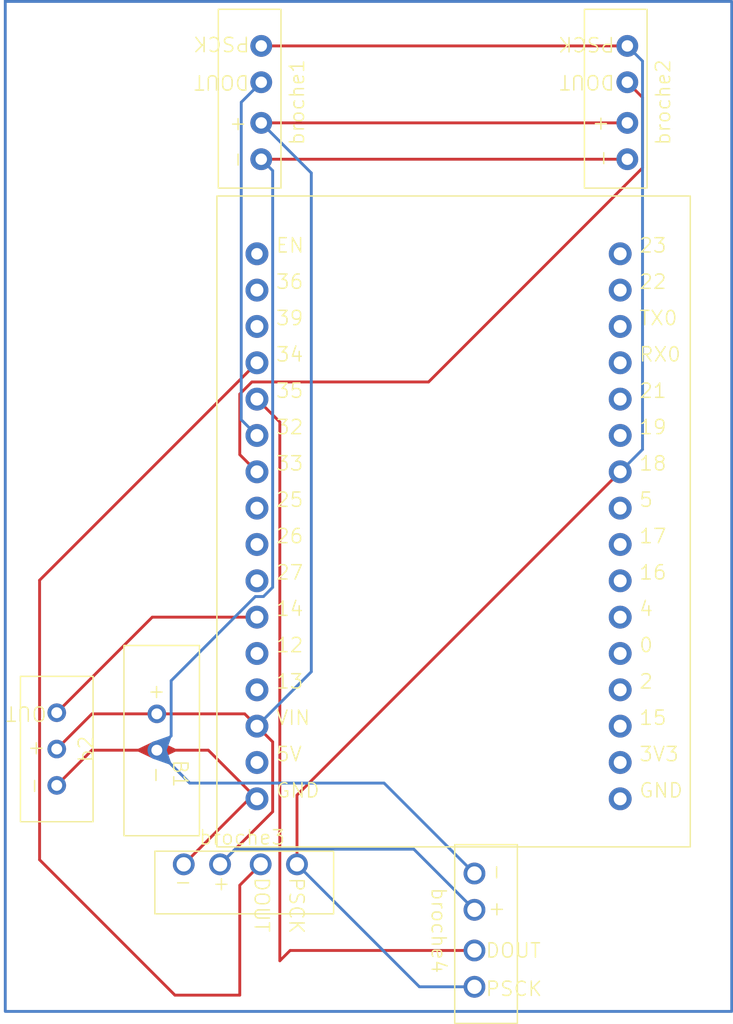
<source format=kicad_pcb>
(kicad_pcb (version 20240108) (generator "pcbnew") (generator_version "8.0")
  (layers (0 "F.Cu" signal) (31 "B.Cu" signal) (34 "B.Paste" user) (35 "F.Paste" user) (36 "B.SilkS" user "B.Silkscreen") (37 "F.SilkS" user "F.Silkscreen") (38 "B.Mask" user) (39 "F.Mask" user) (44 "Edge.Cuts" user))
  (net 0 "")
  (net 1 "Net-(B1--)")
  (net 4 "Net-(ESP32-WROOM-32E1-34)")
  (net 5 "Net-(B1-+)")
  (net 15 "Net-(Batterie1-+)")
  (net 22 "Net-(ESP32-WROOM-32E1-33)")
  (net 23 "Net-(ESP32-WROOM-32E1-32)")
  (net 24 "Net-(Batterie1--)")
  (net 26 "Net-(ESP32-WROOM-32E1-35)")
  (net 27 "Net-(ESP32-WROOM-32E1-14)")
  (net 28 "Net-(ESP32-WROOM-32E1-18)")
  (net 32 "Net-(boutton2-OUT)")
  (net 33 "Net-(boutton2-GND)")
  (net 34 "Net-(ESP32-WROOM-32E1-3V3)")
  (footprint "Library:TerminalBlock" (layer "F.Cu") (at 197.7 52.45 90)
    (property "Reference" "broche2" (at 0 -0.5 90) (layer "F.SilkS") (effects (font (thickness 0.1))))
    (property "Value" "~")
    (fp_rect (start -6 -6) (end 6.5 -1.62) (stroke (width 0.1)) (fill none) (layer "F.SilkS"))
    (fp_text user "PSCK" (at 4.65 -3.82 180) (layer "F.SilkS") (effects (font (thickness 0.1)) (justify left bottom)))
    (fp_text user "DOUT" (at 1.99 -3.82 180) (layer "F.SilkS") (effects (font (thickness 0.1)) (justify left bottom)))
    (fp_text user "+" (at -2.18 -4.34 90) (layer "F.SilkS") (effects (font (thickness 0.1)) (justify left bottom)))
    (fp_text user "-" (at -4.59 -4.14 90) (layer "F.SilkS") (effects (font (thickness 0.1)) (justify left bottom)))
    (pad "1" thru_hole circle (at -3.98 -3 90) (size 1.524 1.524) (drill 0.8) (layers "*.Cu" "*.Mask" "In1.Cu" "In2.Cu" "In3.Cu" "In4.Cu" "In5.Cu" "In6.Cu" "In7.Cu" "In8.Cu" "In9.Cu" "In10.Cu" "In11.Cu" "In12.Cu" "In13.Cu" "In14.Cu" "In15.Cu" "In16.Cu" "In17.Cu" "In18.Cu" "In19.Cu" "In20.Cu" "In21.Cu" "In22.Cu" "In23.Cu" "In24.Cu" "In25.Cu" "In26.Cu" "In27.Cu" "In28.Cu" "In29.Cu" "In30.Cu") (net 1 "Net-(B1--)"))
    (pad "2" thru_hole circle (at -1.44 -3 90) (size 1.524 1.524) (drill 0.8) (layers "*.Cu" "*.Mask" "In1.Cu" "In2.Cu" "In3.Cu" "In4.Cu" "In5.Cu" "In6.Cu" "In7.Cu" "In8.Cu" "In9.Cu" "In10.Cu" "In11.Cu" "In12.Cu" "In13.Cu" "In14.Cu" "In15.Cu" "In16.Cu" "In17.Cu" "In18.Cu" "In19.Cu" "In20.Cu" "In21.Cu" "In22.Cu" "In23.Cu" "In24.Cu" "In25.Cu" "In26.Cu" "In27.Cu" "In28.Cu" "In29.Cu" "In30.Cu") (net 5 "Net-(B1-+)"))
    (pad "3" thru_hole circle (at 1.4 -3 90) (size 1.524 1.524) (drill 0.8) (layers "*.Cu" "*.Mask" "In1.Cu" "In2.Cu" "In3.Cu" "In4.Cu" "In5.Cu" "In6.Cu" "In7.Cu" "In8.Cu" "In9.Cu" "In10.Cu" "In11.Cu" "In12.Cu" "In13.Cu" "In14.Cu" "In15.Cu" "In16.Cu" "In17.Cu" "In18.Cu" "In19.Cu" "In20.Cu" "In21.Cu" "In22.Cu" "In23.Cu" "In24.Cu" "In25.Cu" "In26.Cu" "In27.Cu" "In28.Cu" "In29.Cu" "In30.Cu") (net 22 "Net-(ESP32-WROOM-32E1-33)"))
    (pad "4" thru_hole circle (at 3.94 -3 90) (size 1.524 1.524) (drill 0.8) (layers "*.Cu" "*.Mask" "In1.Cu" "In2.Cu" "In3.Cu" "In4.Cu" "In5.Cu" "In6.Cu" "In7.Cu" "In8.Cu" "In9.Cu" "In10.Cu" "In11.Cu" "In12.Cu" "In13.Cu" "In14.Cu" "In15.Cu" "In16.Cu" "In17.Cu" "In18.Cu" "In19.Cu" "In20.Cu" "In21.Cu" "In22.Cu" "In23.Cu" "In24.Cu" "In25.Cu" "In26.Cu" "In27.Cu" "In28.Cu" "In29.Cu" "In30.Cu") (net 28 "Net-(ESP32-WROOM-32E1-18)"))
  )
  (footprint "Library:broche_tri" (layer "F.Cu") (at 157.34 97.66 90)
    (property "Reference" "b2" (at 0 -0.5 90) (layer "F.SilkS") (effects (font (thickness 0.1))))
    (property "Value" "~")
    (fp_rect (start -5.08 -5.08) (end 5.08 0) (stroke (width 0.1)) (fill none) (layer "F.SilkS"))
    (fp_text user "+" (at -0.63 -3.46 90) (layer "F.SilkS") (effects (font (thickness 0.1)) (justify left bottom)))
    (fp_text user "-" (at -3.26 -3.58 90) (layer "F.SilkS") (effects (font (thickness 0.1)) (justify left bottom)))
    (fp_text user "OUT" (at 3.07 -3.18 180) (layer "F.SilkS") (effects (font (thickness 0.1)) (justify left bottom)))
    (pad "1" thru_hole circle (at -2.54 -2.54 90) (size 1.3 1.3) (drill 0.762) (layers "*.Cu" "*.Mask" "In1.Cu" "In2.Cu" "In3.Cu" "In4.Cu" "In5.Cu" "In6.Cu" "In7.Cu" "In8.Cu" "In9.Cu" "In10.Cu" "In11.Cu" "In12.Cu" "In13.Cu" "In14.Cu" "In15.Cu" "In16.Cu" "In17.Cu" "In18.Cu" "In19.Cu" "In20.Cu" "In21.Cu" "In22.Cu" "In23.Cu" "In24.Cu" "In25.Cu" "In26.Cu" "In27.Cu" "In28.Cu" "In29.Cu" "In30.Cu") (net 1 "Net-(B1--)"))
    (pad "2" thru_hole circle (at 0 -2.54 90) (size 1.3 1.3) (drill 0.762) (layers "*.Cu" "*.Mask" "In1.Cu" "In2.Cu" "In3.Cu" "In4.Cu" "In5.Cu" "In6.Cu" "In7.Cu" "In8.Cu" "In9.Cu" "In10.Cu" "In11.Cu" "In12.Cu" "In13.Cu" "In14.Cu" "In15.Cu" "In16.Cu" "In17.Cu" "In18.Cu" "In19.Cu" "In20.Cu" "In21.Cu" "In22.Cu" "In23.Cu" "In24.Cu" "In25.Cu" "In26.Cu" "In27.Cu" "In28.Cu" "In29.Cu" "In30.Cu") (net 5 "Net-(B1-+)"))
    (pad "3" thru_hole circle (at 2.54 -2.54 90) (size 1.3 1.3) (drill 0.762) (layers "*.Cu" "*.Mask" "In1.Cu" "In2.Cu" "In3.Cu" "In4.Cu" "In5.Cu" "In6.Cu" "In7.Cu" "In8.Cu" "In9.Cu" "In10.Cu" "In11.Cu" "In12.Cu" "In13.Cu" "In14.Cu" "In15.Cu" "In16.Cu" "In17.Cu" "In18.Cu" "In19.Cu" "In20.Cu" "In21.Cu" "In22.Cu" "In23.Cu" "In24.Cu" "In25.Cu" "In26.Cu" "In27.Cu" "In28.Cu" "In29.Cu" "In30.Cu"))
  )
  (footprint "Library:ESP32_DevKit_38pin_v2" (layer "F.Cu") (at 181.5 85.9)
    (property "Reference" "ESP32-WROOM-32E1" (hide yes))
    (property "Value" "~")
    (fp_rect (start -15.5 -26.9) (end 17.6 18.6) (stroke (width 0.1)) (fill none) (layer "F.SilkS"))
    (fp_text user "18" (at 13.97 -7.62 0) (layer "F.SilkS") (effects (font (thickness 0.1)) (justify left bottom)))
    (fp_text user "26" (at -11.43 -2.54 0) (layer "F.SilkS") (effects (font (thickness 0.1)) (justify left bottom)))
    (fp_text user "35" (at -11.43 -12.7 0) (layer "F.SilkS") (effects (font (thickness 0.1)) (justify left bottom)))
    (fp_text user "15" (at 13.97 10.16 0) (layer "F.SilkS") (effects (font (thickness 0.1)) (justify left bottom)))
    (fp_text user "13" (at -11.43 7.62 0) (layer "F.SilkS") (effects (font (thickness 0.1)) (justify left bottom)))
    (fp_text user "EN" (at -11.43 -22.86 0) (layer "F.SilkS") (effects (font (thickness 0.1)) (justify left bottom)))
    (fp_text user "GND" (at -11.43 15.24 0) (layer "F.SilkS") (effects (font (thickness 0.1)) (justify left bottom)))
    (fp_text user "2" (at 13.97 7.62 0) (layer "F.SilkS") (effects (font (thickness 0.1)) (justify left bottom)))
    (fp_text user "TX0" (at 13.97 -17.78 0) (layer "F.SilkS") (effects (font (thickness 0.1)) (justify left bottom)))
    (fp_text user "17" (at 13.97 -2.54 0) (layer "F.SilkS") (effects (font (thickness 0.1)) (justify left bottom)))
    (fp_text user "RX0" (at 13.97 -15.24 0) (layer "F.SilkS") (effects (font (thickness 0.1)) (justify left bottom)))
    (fp_text user "22" (at 13.97 -20.32 0) (layer "F.SilkS") (effects (font (thickness 0.1)) (justify left bottom)))
    (fp_text user "4" (at 13.97 2.54 0) (layer "F.SilkS") (effects (font (thickness 0.1)) (justify left bottom)))
    (fp_text user "23" (at 13.97 -22.86 0) (layer "F.SilkS") (effects (font (thickness 0.1)) (justify left bottom)))
    (fp_text user "32" (at -11.43 -10.16 0) (layer "F.SilkS") (effects (font (thickness 0.1)) (justify left bottom)))
    (fp_text user "VIN" (at -11.43 10.16 0) (layer "F.SilkS") (effects (font (thickness 0.1)) (justify left bottom)))
    (fp_text user "36" (at -11.43 -20.32 0) (layer "F.SilkS") (effects (font (thickness 0.1)) (justify left bottom)))
    (fp_text user "34" (at -11.43 -15.24 0) (layer "F.SilkS") (effects (font (thickness 0.1)) (justify left bottom)))
    (fp_text user "GND" (at 13.97 15.24 0) (layer "F.SilkS") (effects (font (thickness 0.1)) (justify left bottom)))
    (fp_text user "33" (at -11.43 -7.62 0) (layer "F.SilkS") (effects (font (thickness 0.1)) (justify left bottom)))
    (fp_text user "3V3" (at 13.97 12.7 0) (layer "F.SilkS") (effects (font (thickness 0.1)) (justify left bottom)))
    (fp_text user "14" (at -11.43 2.54 0) (layer "F.SilkS") (effects (font (thickness 0.1)) (justify left bottom)))
    (fp_text user "19" (at 13.97 -10.16 0) (layer "F.SilkS") (effects (font (thickness 0.1)) (justify left bottom)))
    (fp_text user "5V" (at -11.43 12.7 0) (layer "F.SilkS") (effects (font (thickness 0.1)) (justify left bottom)))
    (fp_text user "5" (at 13.97 -5.08 0) (layer "F.SilkS") (effects (font (thickness 0.1)) (justify left bottom)))
    (fp_text user "12" (at -11.43 5.08 0) (layer "F.SilkS") (effects (font (thickness 0.1)) (justify left bottom)))
    (fp_text user "16" (at 13.97 0 0) (layer "F.SilkS") (effects (font (thickness 0.1)) (justify left bottom)))
    (fp_text user "27" (at -11.43 0 0) (layer "F.SilkS") (effects (font (thickness 0.1)) (justify left bottom)))
    (fp_text user "39" (at -11.43 -17.78 0) (layer "F.SilkS") (effects (font (thickness 0.1)) (justify left bottom)))
    (fp_text user "25" (at -11.43 -5.08 0) (layer "F.SilkS") (effects (font (thickness 0.1)) (justify left bottom)))
    (fp_text user "21" (at 13.97 -12.7 0) (layer "F.SilkS") (effects (font (thickness 0.1)) (justify left bottom)))
    (fp_text user "0" (at 13.97 5.08 0) (layer "F.SilkS") (effects (font (thickness 0.1)) (justify left bottom)))
    (pad "1" thru_hole circle (at -12.7 -22.86) (size 1.6 1.6) (drill 0.8) (layers "*.Cu" "*.Mask" "In1.Cu" "In2.Cu" "In3.Cu" "In4.Cu" "In5.Cu" "In6.Cu" "In7.Cu" "In8.Cu" "In9.Cu" "In10.Cu" "In11.Cu" "In12.Cu" "In13.Cu" "In14.Cu" "In15.Cu" "In16.Cu" "In17.Cu" "In18.Cu" "In19.Cu" "In20.Cu" "In21.Cu" "In22.Cu" "In23.Cu" "In24.Cu" "In25.Cu" "In26.Cu" "In27.Cu" "In28.Cu" "In29.Cu" "In30.Cu"))
    (pad "2" thru_hole circle (at -12.7 -20.32) (size 1.6 1.6) (drill 0.9) (layers "*.Cu" "*.Mask" "In1.Cu" "In2.Cu" "In3.Cu" "In4.Cu" "In5.Cu" "In6.Cu" "In7.Cu" "In8.Cu" "In9.Cu" "In10.Cu" "In11.Cu" "In12.Cu" "In13.Cu" "In14.Cu" "In15.Cu" "In16.Cu" "In17.Cu" "In18.Cu" "In19.Cu" "In20.Cu" "In21.Cu" "In22.Cu" "In23.Cu" "In24.Cu" "In25.Cu" "In26.Cu" "In27.Cu" "In28.Cu" "In29.Cu" "In30.Cu"))
    (pad "3" thru_hole circle (at -12.7 -17.78) (size 1.6 1.6) (drill 0.9) (layers "*.Cu" "*.Mask" "In1.Cu" "In2.Cu" "In3.Cu" "In4.Cu" "In5.Cu" "In6.Cu" "In7.Cu" "In8.Cu" "In9.Cu" "In10.Cu" "In11.Cu" "In12.Cu" "In13.Cu" "In14.Cu" "In15.Cu" "In16.Cu" "In17.Cu" "In18.Cu" "In19.Cu" "In20.Cu" "In21.Cu" "In22.Cu" "In23.Cu" "In24.Cu" "In25.Cu" "In26.Cu" "In27.Cu" "In28.Cu" "In29.Cu" "In30.Cu"))
    (pad "4" thru_hole circle (at -12.7 -15.24) (size 1.6 1.6) (drill 0.9) (layers "*.Cu" "*.Mask" "In1.Cu" "In2.Cu" "In3.Cu" "In4.Cu" "In5.Cu" "In6.Cu" "In7.Cu" "In8.Cu" "In9.Cu" "In10.Cu" "In11.Cu" "In12.Cu" "In13.Cu" "In14.Cu" "In15.Cu" "In16.Cu" "In17.Cu" "In18.Cu" "In19.Cu" "In20.Cu" "In21.Cu" "In22.Cu" "In23.Cu" "In24.Cu" "In25.Cu" "In26.Cu" "In27.Cu" "In28.Cu" "In29.Cu" "In30.Cu") (net 4 "Net-(ESP32-WROOM-32E1-34)"))
    (pad "5" thru_hole circle (at -12.7 -12.7) (size 1.6 1.6) (drill 0.9) (layers "*.Cu" "*.Mask" "In1.Cu" "In2.Cu" "In3.Cu" "In4.Cu" "In5.Cu" "In6.Cu" "In7.Cu" "In8.Cu" "In9.Cu" "In10.Cu" "In11.Cu" "In12.Cu" "In13.Cu" "In14.Cu" "In15.Cu" "In16.Cu" "In17.Cu" "In18.Cu" "In19.Cu" "In20.Cu" "In21.Cu" "In22.Cu" "In23.Cu" "In24.Cu" "In25.Cu" "In26.Cu" "In27.Cu" "In28.Cu" "In29.Cu" "In30.Cu") (net 26 "Net-(ESP32-WROOM-32E1-35)"))
    (pad "6" thru_hole circle (at -12.7 -10.16) (size 1.6 1.6) (drill 0.9) (layers "*.Cu" "*.Mask" "In1.Cu" "In2.Cu" "In3.Cu" "In4.Cu" "In5.Cu" "In6.Cu" "In7.Cu" "In8.Cu" "In9.Cu" "In10.Cu" "In11.Cu" "In12.Cu" "In13.Cu" "In14.Cu" "In15.Cu" "In16.Cu" "In17.Cu" "In18.Cu" "In19.Cu" "In20.Cu" "In21.Cu" "In22.Cu" "In23.Cu" "In24.Cu" "In25.Cu" "In26.Cu" "In27.Cu" "In28.Cu" "In29.Cu" "In30.Cu") (net 23 "Net-(ESP32-WROOM-32E1-32)"))
    (pad "7" thru_hole circle (at -12.7 -7.62) (size 1.6 1.6) (drill 0.9) (layers "*.Cu" "*.Mask" "In1.Cu" "In2.Cu" "In3.Cu" "In4.Cu" "In5.Cu" "In6.Cu" "In7.Cu" "In8.Cu" "In9.Cu" "In10.Cu" "In11.Cu" "In12.Cu" "In13.Cu" "In14.Cu" "In15.Cu" "In16.Cu" "In17.Cu" "In18.Cu" "In19.Cu" "In20.Cu" "In21.Cu" "In22.Cu" "In23.Cu" "In24.Cu" "In25.Cu" "In26.Cu" "In27.Cu" "In28.Cu" "In29.Cu" "In30.Cu") (net 22 "Net-(ESP32-WROOM-32E1-33)"))
    (pad "8" thru_hole circle (at -12.7 -5.08) (size 1.6 1.6) (drill 0.9) (layers "*.Cu" "*.Mask" "In1.Cu" "In2.Cu" "In3.Cu" "In4.Cu" "In5.Cu" "In6.Cu" "In7.Cu" "In8.Cu" "In9.Cu" "In10.Cu" "In11.Cu" "In12.Cu" "In13.Cu" "In14.Cu" "In15.Cu" "In16.Cu" "In17.Cu" "In18.Cu" "In19.Cu" "In20.Cu" "In21.Cu" "In22.Cu" "In23.Cu" "In24.Cu" "In25.Cu" "In26.Cu" "In27.Cu" "In28.Cu" "In29.Cu" "In30.Cu"))
    (pad "9" thru_hole circle (at -12.7 -2.54) (size 1.6 1.6) (drill 0.9) (layers "*.Cu" "*.Mask" "In1.Cu" "In2.Cu" "In3.Cu" "In4.Cu" "In5.Cu" "In6.Cu" "In7.Cu" "In8.Cu" "In9.Cu" "In10.Cu" "In11.Cu" "In12.Cu" "In13.Cu" "In14.Cu" "In15.Cu" "In16.Cu" "In17.Cu" "In18.Cu" "In19.Cu" "In20.Cu" "In21.Cu" "In22.Cu" "In23.Cu" "In24.Cu" "In25.Cu" "In26.Cu" "In27.Cu" "In28.Cu" "In29.Cu" "In30.Cu"))
    (pad "10" thru_hole circle (at -12.7 0) (size 1.6 1.6) (drill 0.9) (layers "*.Cu" "*.Mask" "In1.Cu" "In2.Cu" "In3.Cu" "In4.Cu" "In5.Cu" "In6.Cu" "In7.Cu" "In8.Cu" "In9.Cu" "In10.Cu" "In11.Cu" "In12.Cu" "In13.Cu" "In14.Cu" "In15.Cu" "In16.Cu" "In17.Cu" "In18.Cu" "In19.Cu" "In20.Cu" "In21.Cu" "In22.Cu" "In23.Cu" "In24.Cu" "In25.Cu" "In26.Cu" "In27.Cu" "In28.Cu" "In29.Cu" "In30.Cu"))
    (pad "11" thru_hole circle (at -12.7 2.54) (size 1.6 1.6) (drill 0.9) (layers "*.Cu" "*.Mask" "In1.Cu" "In2.Cu" "In3.Cu" "In4.Cu" "In5.Cu" "In6.Cu" "In7.Cu" "In8.Cu" "In9.Cu" "In10.Cu" "In11.Cu" "In12.Cu" "In13.Cu" "In14.Cu" "In15.Cu" "In16.Cu" "In17.Cu" "In18.Cu" "In19.Cu" "In20.Cu" "In21.Cu" "In22.Cu" "In23.Cu" "In24.Cu" "In25.Cu" "In26.Cu" "In27.Cu" "In28.Cu" "In29.Cu" "In30.Cu") (net 27 "Net-(ESP32-WROOM-32E1-14)"))
    (pad "12" thru_hole circle (at -12.7 5.08) (size 1.6 1.6) (drill 0.9) (layers "*.Cu" "*.Mask" "In1.Cu" "In2.Cu" "In3.Cu" "In4.Cu" "In5.Cu" "In6.Cu" "In7.Cu" "In8.Cu" "In9.Cu" "In10.Cu" "In11.Cu" "In12.Cu" "In13.Cu" "In14.Cu" "In15.Cu" "In16.Cu" "In17.Cu" "In18.Cu" "In19.Cu" "In20.Cu" "In21.Cu" "In22.Cu" "In23.Cu" "In24.Cu" "In25.Cu" "In26.Cu" "In27.Cu" "In28.Cu" "In29.Cu" "In30.Cu"))
    (pad "13" thru_hole circle (at -12.7 7.62) (size 1.6 1.6) (drill 0.9) (layers "*.Cu" "*.Mask" "In1.Cu" "In2.Cu" "In3.Cu" "In4.Cu" "In5.Cu" "In6.Cu" "In7.Cu" "In8.Cu" "In9.Cu" "In10.Cu" "In11.Cu" "In12.Cu" "In13.Cu" "In14.Cu" "In15.Cu" "In16.Cu" "In17.Cu" "In18.Cu" "In19.Cu" "In20.Cu" "In21.Cu" "In22.Cu" "In23.Cu" "In24.Cu" "In25.Cu" "In26.Cu" "In27.Cu" "In28.Cu" "In29.Cu" "In30.Cu") (net 32 "Net-(boutton2-OUT)"))
    (pad "14" thru_hole circle (at -12.7 10.16) (size 1.6 1.6) (drill 0.9) (layers "*.Cu" "*.Mask" "In1.Cu" "In2.Cu" "In3.Cu" "In4.Cu" "In5.Cu" "In6.Cu" "In7.Cu" "In8.Cu" "In9.Cu" "In10.Cu" "In11.Cu" "In12.Cu" "In13.Cu" "In14.Cu" "In15.Cu" "In16.Cu" "In17.Cu" "In18.Cu" "In19.Cu" "In20.Cu" "In21.Cu" "In22.Cu" "In23.Cu" "In24.Cu" "In25.Cu" "In26.Cu" "In27.Cu" "In28.Cu" "In29.Cu" "In30.Cu") (net 15 "Net-(Batterie1-+)"))
    (pad "15" thru_hole circle (at -12.7 12.7) (size 1.6 1.6) (drill 0.9) (layers "*.Cu" "*.Mask" "In1.Cu" "In2.Cu" "In3.Cu" "In4.Cu" "In5.Cu" "In6.Cu" "In7.Cu" "In8.Cu" "In9.Cu" "In10.Cu" "In11.Cu" "In12.Cu" "In13.Cu" "In14.Cu" "In15.Cu" "In16.Cu" "In17.Cu" "In18.Cu" "In19.Cu" "In20.Cu" "In21.Cu" "In22.Cu" "In23.Cu" "In24.Cu" "In25.Cu" "In26.Cu" "In27.Cu" "In28.Cu" "In29.Cu" "In30.Cu"))
    (pad "16" thru_hole circle (at -12.7 15.24) (size 1.6 1.6) (drill 0.9) (layers "*.Cu" "*.Mask" "In1.Cu" "In2.Cu" "In3.Cu" "In4.Cu" "In5.Cu" "In6.Cu" "In7.Cu" "In8.Cu" "In9.Cu" "In10.Cu" "In11.Cu" "In12.Cu" "In13.Cu" "In14.Cu" "In15.Cu" "In16.Cu" "In17.Cu" "In18.Cu" "In19.Cu" "In20.Cu" "In21.Cu" "In22.Cu" "In23.Cu" "In24.Cu" "In25.Cu" "In26.Cu" "In27.Cu" "In28.Cu" "In29.Cu" "In30.Cu") (net 24 "Net-(Batterie1--)"))
    (pad "17" thru_hole circle (at 12.7 -22.86) (size 1.6 1.6) (drill 0.9) (layers "*.Cu" "*.Mask" "In1.Cu" "In2.Cu" "In3.Cu" "In4.Cu" "In5.Cu" "In6.Cu" "In7.Cu" "In8.Cu" "In9.Cu" "In10.Cu" "In11.Cu" "In12.Cu" "In13.Cu" "In14.Cu" "In15.Cu" "In16.Cu" "In17.Cu" "In18.Cu" "In19.Cu" "In20.Cu" "In21.Cu" "In22.Cu" "In23.Cu" "In24.Cu" "In25.Cu" "In26.Cu" "In27.Cu" "In28.Cu" "In29.Cu" "In30.Cu"))
    (pad "18" thru_hole circle (at 12.7 -20.32) (size 1.6 1.6) (drill 0.9) (layers "*.Cu" "*.Mask" "In1.Cu" "In2.Cu" "In3.Cu" "In4.Cu" "In5.Cu" "In6.Cu" "In7.Cu" "In8.Cu" "In9.Cu" "In10.Cu" "In11.Cu" "In12.Cu" "In13.Cu" "In14.Cu" "In15.Cu" "In16.Cu" "In17.Cu" "In18.Cu" "In19.Cu" "In20.Cu" "In21.Cu" "In22.Cu" "In23.Cu" "In24.Cu" "In25.Cu" "In26.Cu" "In27.Cu" "In28.Cu" "In29.Cu" "In30.Cu"))
    (pad "19" thru_hole circle (at 12.7 -17.78) (size 1.6 1.6) (drill 0.9) (layers "*.Cu" "*.Mask" "In1.Cu" "In2.Cu" "In3.Cu" "In4.Cu" "In5.Cu" "In6.Cu" "In7.Cu" "In8.Cu" "In9.Cu" "In10.Cu" "In11.Cu" "In12.Cu" "In13.Cu" "In14.Cu" "In15.Cu" "In16.Cu" "In17.Cu" "In18.Cu" "In19.Cu" "In20.Cu" "In21.Cu" "In22.Cu" "In23.Cu" "In24.Cu" "In25.Cu" "In26.Cu" "In27.Cu" "In28.Cu" "In29.Cu" "In30.Cu"))
    (pad "20" thru_hole circle (at 12.7 -15.24) (size 1.6 1.6) (drill 0.9) (layers "*.Cu" "*.Mask" "In1.Cu" "In2.Cu" "In3.Cu" "In4.Cu" "In5.Cu" "In6.Cu" "In7.Cu" "In8.Cu" "In9.Cu" "In10.Cu" "In11.Cu" "In12.Cu" "In13.Cu" "In14.Cu" "In15.Cu" "In16.Cu" "In17.Cu" "In18.Cu" "In19.Cu" "In20.Cu" "In21.Cu" "In22.Cu" "In23.Cu" "In24.Cu" "In25.Cu" "In26.Cu" "In27.Cu" "In28.Cu" "In29.Cu" "In30.Cu"))
    (pad "21" thru_hole circle (at 12.7 -12.7) (size 1.6 1.6) (drill 0.9) (layers "*.Cu" "*.Mask" "In1.Cu" "In2.Cu" "In3.Cu" "In4.Cu" "In5.Cu" "In6.Cu" "In7.Cu" "In8.Cu" "In9.Cu" "In10.Cu" "In11.Cu" "In12.Cu" "In13.Cu" "In14.Cu" "In15.Cu" "In16.Cu" "In17.Cu" "In18.Cu" "In19.Cu" "In20.Cu" "In21.Cu" "In22.Cu" "In23.Cu" "In24.Cu" "In25.Cu" "In26.Cu" "In27.Cu" "In28.Cu" "In29.Cu" "In30.Cu"))
    (pad "22" thru_hole circle (at 12.7 -10.16) (size 1.6 1.6) (drill 0.9) (layers "*.Cu" "*.Mask" "In1.Cu" "In2.Cu" "In3.Cu" "In4.Cu" "In5.Cu" "In6.Cu" "In7.Cu" "In8.Cu" "In9.Cu" "In10.Cu" "In11.Cu" "In12.Cu" "In13.Cu" "In14.Cu" "In15.Cu" "In16.Cu" "In17.Cu" "In18.Cu" "In19.Cu" "In20.Cu" "In21.Cu" "In22.Cu" "In23.Cu" "In24.Cu" "In25.Cu" "In26.Cu" "In27.Cu" "In28.Cu" "In29.Cu" "In30.Cu"))
    (pad "23" thru_hole circle (at 12.7 -7.62) (size 1.6 1.6) (drill 0.9) (layers "*.Cu" "*.Mask" "In1.Cu" "In2.Cu" "In3.Cu" "In4.Cu" "In5.Cu" "In6.Cu" "In7.Cu" "In8.Cu" "In9.Cu" "In10.Cu" "In11.Cu" "In12.Cu" "In13.Cu" "In14.Cu" "In15.Cu" "In16.Cu" "In17.Cu" "In18.Cu" "In19.Cu" "In20.Cu" "In21.Cu" "In22.Cu" "In23.Cu" "In24.Cu" "In25.Cu" "In26.Cu" "In27.Cu" "In28.Cu" "In29.Cu" "In30.Cu") (net 28 "Net-(ESP32-WROOM-32E1-18)"))
    (pad "24" thru_hole circle (at 12.7 -5.08) (size 1.6 1.6) (drill 0.9) (layers "*.Cu" "*.Mask" "In1.Cu" "In2.Cu" "In3.Cu" "In4.Cu" "In5.Cu" "In6.Cu" "In7.Cu" "In8.Cu" "In9.Cu" "In10.Cu" "In11.Cu" "In12.Cu" "In13.Cu" "In14.Cu" "In15.Cu" "In16.Cu" "In17.Cu" "In18.Cu" "In19.Cu" "In20.Cu" "In21.Cu" "In22.Cu" "In23.Cu" "In24.Cu" "In25.Cu" "In26.Cu" "In27.Cu" "In28.Cu" "In29.Cu" "In30.Cu"))
    (pad "25" thru_hole circle (at 12.7 -2.54) (size 1.6 1.6) (drill 0.9) (layers "*.Cu" "*.Mask" "In1.Cu" "In2.Cu" "In3.Cu" "In4.Cu" "In5.Cu" "In6.Cu" "In7.Cu" "In8.Cu" "In9.Cu" "In10.Cu" "In11.Cu" "In12.Cu" "In13.Cu" "In14.Cu" "In15.Cu" "In16.Cu" "In17.Cu" "In18.Cu" "In19.Cu" "In20.Cu" "In21.Cu" "In22.Cu" "In23.Cu" "In24.Cu" "In25.Cu" "In26.Cu" "In27.Cu" "In28.Cu" "In29.Cu" "In30.Cu"))
    (pad "26" thru_hole circle (at 12.7 0) (size 1.6 1.6) (drill 0.9) (layers "*.Cu" "*.Mask" "In1.Cu" "In2.Cu" "In3.Cu" "In4.Cu" "In5.Cu" "In6.Cu" "In7.Cu" "In8.Cu" "In9.Cu" "In10.Cu" "In11.Cu" "In12.Cu" "In13.Cu" "In14.Cu" "In15.Cu" "In16.Cu" "In17.Cu" "In18.Cu" "In19.Cu" "In20.Cu" "In21.Cu" "In22.Cu" "In23.Cu" "In24.Cu" "In25.Cu" "In26.Cu" "In27.Cu" "In28.Cu" "In29.Cu" "In30.Cu"))
    (pad "27" thru_hole circle (at 12.7 2.54) (size 1.6 1.6) (drill 0.9) (layers "*.Cu" "*.Mask" "In1.Cu" "In2.Cu" "In3.Cu" "In4.Cu" "In5.Cu" "In6.Cu" "In7.Cu" "In8.Cu" "In9.Cu" "In10.Cu" "In11.Cu" "In12.Cu" "In13.Cu" "In14.Cu" "In15.Cu" "In16.Cu" "In17.Cu" "In18.Cu" "In19.Cu" "In20.Cu" "In21.Cu" "In22.Cu" "In23.Cu" "In24.Cu" "In25.Cu" "In26.Cu" "In27.Cu" "In28.Cu" "In29.Cu" "In30.Cu"))
    (pad "28" thru_hole circle (at 12.7 5.08) (size 1.6 1.6) (drill 0.9) (layers "*.Cu" "*.Mask" "In1.Cu" "In2.Cu" "In3.Cu" "In4.Cu" "In5.Cu" "In6.Cu" "In7.Cu" "In8.Cu" "In9.Cu" "In10.Cu" "In11.Cu" "In12.Cu" "In13.Cu" "In14.Cu" "In15.Cu" "In16.Cu" "In17.Cu" "In18.Cu" "In19.Cu" "In20.Cu" "In21.Cu" "In22.Cu" "In23.Cu" "In24.Cu" "In25.Cu" "In26.Cu" "In27.Cu" "In28.Cu" "In29.Cu" "In30.Cu"))
    (pad "29" thru_hole circle (at 12.7 7.62) (size 1.6 1.6) (drill 0.9) (layers "*.Cu" "*.Mask" "In1.Cu" "In2.Cu" "In3.Cu" "In4.Cu" "In5.Cu" "In6.Cu" "In7.Cu" "In8.Cu" "In9.Cu" "In10.Cu" "In11.Cu" "In12.Cu" "In13.Cu" "In14.Cu" "In15.Cu" "In16.Cu" "In17.Cu" "In18.Cu" "In19.Cu" "In20.Cu" "In21.Cu" "In22.Cu" "In23.Cu" "In24.Cu" "In25.Cu" "In26.Cu" "In27.Cu" "In28.Cu" "In29.Cu" "In30.Cu"))
    (pad "30" thru_hole circle (at 12.7 10.16) (size 1.6 1.6) (drill 0.9) (layers "*.Cu" "*.Mask" "In1.Cu" "In2.Cu" "In3.Cu" "In4.Cu" "In5.Cu" "In6.Cu" "In7.Cu" "In8.Cu" "In9.Cu" "In10.Cu" "In11.Cu" "In12.Cu" "In13.Cu" "In14.Cu" "In15.Cu" "In16.Cu" "In17.Cu" "In18.Cu" "In19.Cu" "In20.Cu" "In21.Cu" "In22.Cu" "In23.Cu" "In24.Cu" "In25.Cu" "In26.Cu" "In27.Cu" "In28.Cu" "In29.Cu" "In30.Cu"))
    (pad "31" thru_hole circle (at 12.7 12.7) (size 1.6 1.6) (drill 0.9) (layers "*.Cu" "*.Mask" "In1.Cu" "In2.Cu" "In3.Cu" "In4.Cu" "In5.Cu" "In6.Cu" "In7.Cu" "In8.Cu" "In9.Cu" "In10.Cu" "In11.Cu" "In12.Cu" "In13.Cu" "In14.Cu" "In15.Cu" "In16.Cu" "In17.Cu" "In18.Cu" "In19.Cu" "In20.Cu" "In21.Cu" "In22.Cu" "In23.Cu" "In24.Cu" "In25.Cu" "In26.Cu" "In27.Cu" "In28.Cu" "In29.Cu" "In30.Cu") (net 34 "Net-(ESP32-WROOM-32E1-3V3)"))
    (pad "32" thru_hole circle (at 12.7 15.24) (size 1.6 1.6) (drill 0.9) (layers "*.Cu" "*.Mask" "In1.Cu" "In2.Cu" "In3.Cu" "In4.Cu" "In5.Cu" "In6.Cu" "In7.Cu" "In8.Cu" "In9.Cu" "In10.Cu" "In11.Cu" "In12.Cu" "In13.Cu" "In14.Cu" "In15.Cu" "In16.Cu" "In17.Cu" "In18.Cu" "In19.Cu" "In20.Cu" "In21.Cu" "In22.Cu" "In23.Cu" "In24.Cu" "In25.Cu" "In26.Cu" "In27.Cu" "In28.Cu" "In29.Cu" "In30.Cu") (net 33 "Net-(boutton2-GND)"))
  )
  (footprint "Library:TerminalBlock" (layer "F.Cu") (at 181.01 110.34 -90)
    (property "Reference" "broche4" (at 0 -0.5 -90) (layer "F.SilkS") (effects (font (thickness 0.1))))
    (property "Value" "~")
    (fp_rect (start -6 -6) (end 6.5 -1.62) (stroke (width 0.1)) (fill none) (layer "F.SilkS"))
    (fp_text user "+" (at -2.16 -4.06 -90) (layer "F.SilkS") (effects (font (thickness 0.1)) (justify left bottom)))
    (fp_text user "DOUT" (at 1.99 -3.72 0) (layer "F.SilkS") (effects (font (thickness 0.1)) (justify left bottom)))
    (fp_text user "PSCK" (at 4.67 -3.72 0) (layer "F.SilkS") (effects (font (thickness 0.1)) (justify left bottom)))
    (fp_text user "-" (at -4.75 -4.04 -90) (layer "F.SilkS") (effects (font (thickness 0.1)) (justify left bottom)))
    (pad "1" thru_hole circle (at -3.98 -3 270) (size 1.524 1.524) (drill 1) (layers "*.Cu" "*.Mask" "In1.Cu" "In2.Cu" "In3.Cu" "In4.Cu" "In5.Cu" "In6.Cu" "In7.Cu" "In8.Cu" "In9.Cu" "In10.Cu" "In11.Cu" "In12.Cu" "In13.Cu" "In14.Cu" "In15.Cu" "In16.Cu" "In17.Cu" "In18.Cu" "In19.Cu" "In20.Cu" "In21.Cu" "In22.Cu" "In23.Cu" "In24.Cu" "In25.Cu" "In26.Cu" "In27.Cu" "In28.Cu" "In29.Cu" "In30.Cu") (net 1 "Net-(B1--)"))
    (pad "2" thru_hole circle (at -1.44 -3 270) (size 1.524 1.524) (drill 1) (layers "*.Cu" "*.Mask" "In1.Cu" "In2.Cu" "In3.Cu" "In4.Cu" "In5.Cu" "In6.Cu" "In7.Cu" "In8.Cu" "In9.Cu" "In10.Cu" "In11.Cu" "In12.Cu" "In13.Cu" "In14.Cu" "In15.Cu" "In16.Cu" "In17.Cu" "In18.Cu" "In19.Cu" "In20.Cu" "In21.Cu" "In22.Cu" "In23.Cu" "In24.Cu" "In25.Cu" "In26.Cu" "In27.Cu" "In28.Cu" "In29.Cu" "In30.Cu") (net 5 "Net-(B1-+)"))
    (pad "3" thru_hole circle (at 1.4 -3 270) (size 1.524 1.524) (drill 1) (layers "*.Cu" "*.Mask" "In1.Cu" "In2.Cu" "In3.Cu" "In4.Cu" "In5.Cu" "In6.Cu" "In7.Cu" "In8.Cu" "In9.Cu" "In10.Cu" "In11.Cu" "In12.Cu" "In13.Cu" "In14.Cu" "In15.Cu" "In16.Cu" "In17.Cu" "In18.Cu" "In19.Cu" "In20.Cu" "In21.Cu" "In22.Cu" "In23.Cu" "In24.Cu" "In25.Cu" "In26.Cu" "In27.Cu" "In28.Cu" "In29.Cu" "In30.Cu") (net 26 "Net-(ESP32-WROOM-32E1-35)"))
    (pad "4" thru_hole circle (at 3.94 -3 270) (size 1.524 1.524) (drill 1) (layers "*.Cu" "*.Mask" "In1.Cu" "In2.Cu" "In3.Cu" "In4.Cu" "In5.Cu" "In6.Cu" "In7.Cu" "In8.Cu" "In9.Cu" "In10.Cu" "In11.Cu" "In12.Cu" "In13.Cu" "In14.Cu" "In15.Cu" "In16.Cu" "In17.Cu" "In18.Cu" "In19.Cu" "In20.Cu" "In21.Cu" "In22.Cu" "In23.Cu" "In24.Cu" "In25.Cu" "In26.Cu" "In27.Cu" "In28.Cu" "In29.Cu" "In30.Cu") (net 28 "Net-(ESP32-WROOM-32E1-18)"))
  )
  (footprint "Library:TerminalBlock" (layer "F.Cu") (at 172.1 52.45 90)
    (property "Reference" "broche1" (at 0 -0.5 90) (layer "F.SilkS") (effects (font (thickness 0.1))))
    (property "Value" "~")
    (fp_rect (start -6 -6) (end 6.5 -1.62) (stroke (width 0.1)) (fill none) (layer "F.SilkS"))
    (fp_text user "+" (at -2.21 -4.11 90) (layer "F.SilkS") (effects (font (thickness 0.1)) (justify left bottom)))
    (fp_text user "PSCK" (at 4.67 -3.74 180) (layer "F.SilkS") (effects (font (thickness 0.1)) (justify left bottom)))
    (fp_text user "-" (at -4.69 -4.11 90) (layer "F.SilkS") (effects (font (thickness 0.1)) (justify left bottom)))
    (fp_text user "DOUT" (at 1.98 -3.78 180) (layer "F.SilkS") (effects (font (thickness 0.1)) (justify left bottom)))
    (pad "1" thru_hole circle (at -3.98 -3 90) (size 1.524 1.524) (drill 0.8) (layers "*.Cu" "*.Mask" "In1.Cu" "In2.Cu" "In3.Cu" "In4.Cu" "In5.Cu" "In6.Cu" "In7.Cu" "In8.Cu" "In9.Cu" "In10.Cu" "In11.Cu" "In12.Cu" "In13.Cu" "In14.Cu" "In15.Cu" "In16.Cu" "In17.Cu" "In18.Cu" "In19.Cu" "In20.Cu" "In21.Cu" "In22.Cu" "In23.Cu" "In24.Cu" "In25.Cu" "In26.Cu" "In27.Cu" "In28.Cu" "In29.Cu" "In30.Cu") (net 1 "Net-(B1--)"))
    (pad "2" thru_hole circle (at -1.44 -3 90) (size 1.524 1.524) (drill 0.8) (layers "*.Cu" "*.Mask" "In1.Cu" "In2.Cu" "In3.Cu" "In4.Cu" "In5.Cu" "In6.Cu" "In7.Cu" "In8.Cu" "In9.Cu" "In10.Cu" "In11.Cu" "In12.Cu" "In13.Cu" "In14.Cu" "In15.Cu" "In16.Cu" "In17.Cu" "In18.Cu" "In19.Cu" "In20.Cu" "In21.Cu" "In22.Cu" "In23.Cu" "In24.Cu" "In25.Cu" "In26.Cu" "In27.Cu" "In28.Cu" "In29.Cu" "In30.Cu") (net 5 "Net-(B1-+)"))
    (pad "3" thru_hole circle (at 1.4 -3 90) (size 1.524 1.524) (drill 0.8) (layers "*.Cu" "*.Mask" "In1.Cu" "In2.Cu" "In3.Cu" "In4.Cu" "In5.Cu" "In6.Cu" "In7.Cu" "In8.Cu" "In9.Cu" "In10.Cu" "In11.Cu" "In12.Cu" "In13.Cu" "In14.Cu" "In15.Cu" "In16.Cu" "In17.Cu" "In18.Cu" "In19.Cu" "In20.Cu" "In21.Cu" "In22.Cu" "In23.Cu" "In24.Cu" "In25.Cu" "In26.Cu" "In27.Cu" "In28.Cu" "In29.Cu" "In30.Cu") (net 23 "Net-(ESP32-WROOM-32E1-32)"))
    (pad "4" thru_hole circle (at 3.94 -3 90) (size 1.524 1.524) (drill 0.8) (layers "*.Cu" "*.Mask" "In1.Cu" "In2.Cu" "In3.Cu" "In4.Cu" "In5.Cu" "In6.Cu" "In7.Cu" "In8.Cu" "In9.Cu" "In10.Cu" "In11.Cu" "In12.Cu" "In13.Cu" "In14.Cu" "In15.Cu" "In16.Cu" "In17.Cu" "In18.Cu" "In19.Cu" "In20.Cu" "In21.Cu" "In22.Cu" "In23.Cu" "In24.Cu" "In25.Cu" "In26.Cu" "In27.Cu" "In28.Cu" "In29.Cu" "In30.Cu") (net 28 "Net-(ESP32-WROOM-32E1-18)"))
  )
  (footprint "Library:broche_double" (layer "F.Cu") (at 154.18 97.74 -90)
    (property "Reference" "B1" (at 1.64 -9.26 -90) (layer "F.SilkS") (effects (font (thickness 0.1))))
    (property "Value" "~")
    (fp_rect (start -7.32 -10.6) (end 5.98 -5.32) (stroke (width 0.1)) (fill none) (layer "F.SilkS"))
    (fp_text user "-" (at 1.05 -7.05 -90) (layer "F.SilkS") (effects (font (thickness 0.1)) (justify left bottom)))
    (fp_text user "+" (at -4.75 -7.09 -90) (layer "F.SilkS") (effects (font (thickness 0.1)) (justify left bottom)))
    (pad "1" thru_hole circle (at -2.54 -7.62 270) (size 1.3 1.3) (drill 0.762) (layers "*.Cu" "*.Mask" "In1.Cu" "In2.Cu" "In3.Cu" "In4.Cu" "In5.Cu" "In6.Cu" "In7.Cu" "In8.Cu" "In9.Cu" "In10.Cu" "In11.Cu" "In12.Cu" "In13.Cu" "In14.Cu" "In15.Cu" "In16.Cu" "In17.Cu" "In18.Cu" "In19.Cu" "In20.Cu" "In21.Cu" "In22.Cu" "In23.Cu" "In24.Cu" "In25.Cu" "In26.Cu" "In27.Cu" "In28.Cu" "In29.Cu" "In30.Cu") (net 5 "Net-(B1-+)"))
    (pad "2" thru_hole circle (at 0 -7.62 270) (size 1.3 1.3) (drill 0.762) (layers "*.Cu" "*.Mask" "In1.Cu" "In2.Cu" "In3.Cu" "In4.Cu" "In5.Cu" "In6.Cu" "In7.Cu" "In8.Cu" "In9.Cu" "In10.Cu" "In11.Cu" "In12.Cu" "In13.Cu" "In14.Cu" "In15.Cu" "In16.Cu" "In17.Cu" "In18.Cu" "In19.Cu" "In20.Cu" "In21.Cu" "In22.Cu" "In23.Cu" "In24.Cu" "In25.Cu" "In26.Cu" "In27.Cu" "In28.Cu" "In29.Cu" "In30.Cu") (net 1 "Net-(B1--)"))
  )
  (footprint "Library:TerminalBlock" (layer "F.Cu") (at 167.66 110.8)
    (property "Reference" "broche3" (at 0.1 -6.96 0) (layer "F.SilkS") (effects (font (thickness 0.1))))
    (property "Value" "~" (hide yes))
    (fp_rect (start -6 -6) (end 6.5 -1.62) (stroke (width 0.1)) (fill none) (layer "F.SilkS"))
    (fp_text user "DOUT" (at 0.89 -4.25 -90) (layer "F.SilkS") (effects (font (thickness 0.1)) (justify left bottom)))
    (fp_text user "PSCK" (at 3.32 -4.24 -90) (layer "F.SilkS") (effects (font (thickness 0.1)) (justify left bottom)))
    (fp_text user "-" (at -4.71 -3.28 0) (layer "F.SilkS") (effects (font (thickness 0.1)) (justify left bottom)))
    (fp_text user "+" (at -2.03 -3.18 0) (layer "F.SilkS") (effects (font (thickness 0.1)) (justify left bottom)))
    (pad "1" thru_hole circle (at -3.98 -5.08) (size 1.524 1.524) (drill 1) (layers "*.Cu" "*.Mask" "In1.Cu" "In2.Cu" "In3.Cu" "In4.Cu" "In5.Cu" "In6.Cu" "In7.Cu" "In8.Cu" "In9.Cu" "In10.Cu" "In11.Cu" "In12.Cu" "In13.Cu" "In14.Cu" "In15.Cu" "In16.Cu" "In17.Cu" "In18.Cu" "In19.Cu" "In20.Cu" "In21.Cu" "In22.Cu" "In23.Cu" "In24.Cu" "In25.Cu" "In26.Cu" "In27.Cu" "In28.Cu" "In29.Cu" "In30.Cu") (net 1 "Net-(B1--)"))
    (pad "2" thru_hole circle (at -1.44 -5.08) (size 1.524 1.524) (drill 1) (layers "*.Cu" "*.Mask" "In1.Cu" "In2.Cu" "In3.Cu" "In4.Cu" "In5.Cu" "In6.Cu" "In7.Cu" "In8.Cu" "In9.Cu" "In10.Cu" "In11.Cu" "In12.Cu" "In13.Cu" "In14.Cu" "In15.Cu" "In16.Cu" "In17.Cu" "In18.Cu" "In19.Cu" "In20.Cu" "In21.Cu" "In22.Cu" "In23.Cu" "In24.Cu" "In25.Cu" "In26.Cu" "In27.Cu" "In28.Cu" "In29.Cu" "In30.Cu") (net 5 "Net-(B1-+)"))
    (pad "3" thru_hole circle (at 1.4 -5.08) (size 1.524 1.524) (drill 1) (layers "*.Cu" "*.Mask" "In1.Cu" "In2.Cu" "In3.Cu" "In4.Cu" "In5.Cu" "In6.Cu" "In7.Cu" "In8.Cu" "In9.Cu" "In10.Cu" "In11.Cu" "In12.Cu" "In13.Cu" "In14.Cu" "In15.Cu" "In16.Cu" "In17.Cu" "In18.Cu" "In19.Cu" "In20.Cu" "In21.Cu" "In22.Cu" "In23.Cu" "In24.Cu" "In25.Cu" "In26.Cu" "In27.Cu" "In28.Cu" "In29.Cu" "In30.Cu") (net 4 "Net-(ESP32-WROOM-32E1-34)"))
    (pad "4" thru_hole circle (at 3.94 -5.08) (size 1.524 1.524) (drill 1) (layers "*.Cu" "*.Mask" "In1.Cu" "In2.Cu" "In3.Cu" "In4.Cu" "In5.Cu" "In6.Cu" "In7.Cu" "In8.Cu" "In9.Cu" "In10.Cu" "In11.Cu" "In12.Cu" "In13.Cu" "In14.Cu" "In15.Cu" "In16.Cu" "In17.Cu" "In18.Cu" "In19.Cu" "In20.Cu" "In21.Cu" "In22.Cu" "In23.Cu" "In24.Cu" "In25.Cu" "In26.Cu" "In27.Cu" "In28.Cu" "In29.Cu" "In30.Cu") (net 28 "Net-(ESP32-WROOM-32E1-18)"))
  )
  (gr_rect (start 151.2 45.4) (end 202 116) (stroke (width 0.2)) (fill none) (layer "B.Cu") (net 28))
  (segment (start 169.1 56.43) (end 194.7 56.43) (width 0.2) (layer "F.Cu") (net 1))
  (segment (start 161.8 97.74) (end 157.26 97.74) (width 0.2) (layer "F.Cu") (net 1))
  (segment (start 163.68 105.72) (end 168.26 101.14) (width 0.2) (layer "F.Cu") (net 1))
  (segment (start 157.26 97.74) (end 154.8 100.2) (width 0.2) (layer "F.Cu") (net 1))
  (segment (start 161.8 97.74) (end 165.4 97.74) (width 0.2) (layer "F.Cu") (net 1))
  (segment (start 165.4 97.74) (end 168.8 101.14) (width 0.2) (layer "F.Cu") (net 1))
  (segment (start 168.26 101.14) (end 168.8 101.14) (width 0.2) (layer "F.Cu") (net 1))
  (segment (start 168.684365 87) (end 162.8 92.884365) (width 0.2) (layer "B.Cu") (net 1))
  (segment (start 162.8 92.884365) (end 162.8 96.74) (width 0.2) (layer "B.Cu") (net 1))
  (segment (start 177.69 100.04) (end 164.1 100.04) (width 0.2) (layer "B.Cu") (net 1))
  (segment (start 169.255635 87) (end 168.684365 87) (width 0.2) (layer "B.Cu") (net 1))
  (segment (start 162.8 96.74) (end 161.8 97.74) (width 0.2) (layer "B.Cu") (net 1))
  (segment (start 169.9 86.355635) (end 169.255635 87) (width 0.2) (layer "B.Cu") (net 1))
  (segment (start 169.1 56.43) (end 169.9 57.23) (width 0.2) (layer "B.Cu") (net 1))
  (segment (start 184.01 106.36) (end 177.69 100.04) (width 0.2) (layer "B.Cu") (net 1))
  (segment (start 164.1 100.04) (end 161.8 97.74) (width 0.2) (layer "B.Cu") (net 1))
  (segment (start 169.9 57.23) (end 169.9 86.355635) (width 0.2) (layer "B.Cu") (net 1))
  (segment (start 169.06 105.72) (end 167.6 107.18) (width 0.2) (layer "F.Cu") (net 4))
  (segment (start 153.6 105.4) (end 153.6 85.86) (width 0.2) (layer "F.Cu") (net 4))
  (segment (start 153.6 85.86) (end 168.8 70.66) (width 0.2) (layer "F.Cu") (net 4))
  (segment (start 167.6 114.862) (end 163.062 114.862) (width 0.2) (layer "F.Cu") (net 4))
  (segment (start 167.6 107.18) (end 167.6 114.862) (width 0.2) (layer "F.Cu") (net 4))
  (segment (start 163.062 114.862) (end 153.6 105.4) (width 0.2) (layer "F.Cu") (net 4))
  (segment (start 161.8 95.2) (end 167.94 95.2) (width 0.2) (layer "F.Cu") (net 5))
  (segment (start 169.9 102.04) (end 169.9 97.16) (width 0.2) (layer "F.Cu") (net 5))
  (segment (start 167.94 95.2) (end 168.8 96.06) (width 0.2) (layer "F.Cu") (net 5))
  (segment (start 157.26 95.2) (end 154.8 97.66) (width 0.2) (layer "F.Cu") (net 5))
  (segment (start 169.1 53.89) (end 194.7 53.89) (width 0.2) (layer "F.Cu") (net 5))
  (segment (start 166.22 105.72) (end 169.9 102.04) (width 0.2) (layer "F.Cu") (net 5))
  (segment (start 169.9 97.16) (end 168.8 96.06) (width 0.2) (layer "F.Cu") (net 5))
  (segment (start 161.8 95.2) (end 157.26 95.2) (width 0.2) (layer "F.Cu") (net 5))
  (segment (start 179.768 104.658) (end 167.282 104.658) (width 0.2) (layer "B.Cu") (net 5))
  (segment (start 169.1 53.89) (end 172.6 57.39) (width 0.2) (layer "B.Cu") (net 5))
  (segment (start 167.282 104.658) (end 166.22 105.72) (width 0.2) (layer "B.Cu") (net 5))
  (segment (start 172.6 57.39) (end 172.6 92.26) (width 0.2) (layer "B.Cu") (net 5))
  (segment (start 172.6 92.26) (end 168.8 96.06) (width 0.2) (layer "B.Cu") (net 5))
  (segment (start 184.01 108.9) (end 179.768 104.658) (width 0.2) (layer "B.Cu") (net 5))
  (segment (start 194.7 51.05) (end 195.762 52.112) (width 0.2) (layer "F.Cu") (net 22))
  (segment (start 167.6 77.08) (end 168.8 78.28) (width 0.2) (layer "F.Cu") (net 22))
  (segment (start 195.762 52.112) (end 195.762 57.038) (width 0.2) (layer "F.Cu") (net 22))
  (segment (start 180.8 72) (end 168.444365 72) (width 0.2) (layer "F.Cu") (net 22))
  (segment (start 195.762 57.038) (end 180.8 72) (width 0.2) (layer "F.Cu") (net 22))
  (segment (start 168.444365 72) (end 167.6 72.844365) (width 0.2) (layer "F.Cu") (net 22))
  (segment (start 167.6 72.844365) (end 167.6 77.08) (width 0.2) (layer "F.Cu") (net 22))
  (segment (start 167.7 74.64) (end 168.8 75.74) (width 0.2) (layer "B.Cu") (net 23))
  (segment (start 167.7 52.45) (end 167.7 74.64) (width 0.2) (layer "B.Cu") (net 23))
  (segment (start 169.1 51.05) (end 167.7 52.45) (width 0.2) (layer "B.Cu") (net 23))
  (segment (start 170.4 112.46) (end 171.12 111.74) (width 0.2) (layer "F.Cu") (net 26))
  (segment (start 171.12 111.74) (end 184.01 111.74) (width 0.2) (layer "F.Cu") (net 26))
  (segment (start 170.4 112.46) (end 170.4 74.8) (width 0.2) (layer "F.Cu") (net 26))
  (segment (start 170.4 74.8) (end 168.8 73.2) (width 0.2) (layer "F.Cu") (net 26))
  (segment (start 161.48 88.44) (end 168.8 88.44) (width 0.2) (layer "F.Cu") (net 27))
  (segment (start 154.8 95.12) (end 161.48 88.44) (width 0.2) (layer "F.Cu") (net 27))
  (segment (start 169.1 48.51) (end 194.7 48.51) (width 0.2) (layer "F.Cu") (net 28))
  (segment (start 171.6 105.72) (end 171.6 100.88) (width 0.2) (layer "F.Cu") (net 28))
  (segment (start 171.6 100.88) (end 194.2 78.28) (width 0.2) (layer "F.Cu") (net 28))
  (segment (start 194.7 48.51) (end 195.762 49.572) (width 0.2) (layer "B.Cu") (net 28))
  (segment (start 195.762 49.572) (end 195.762 76.718) (width 0.2) (layer "B.Cu") (net 28))
  (segment (start 195.762 76.718) (end 194.2 78.28) (width 0.2) (layer "B.Cu") (net 28))
  (segment (start 184.01 114.28) (end 180.16 114.28) (width 0.2) (layer "B.Cu") (net 28))
  (segment (start 180.16 114.28) (end 171.6 105.72) (width 0.2) (layer "B.Cu") (net 28))
  (segment (start 193.59 101.14) (end 194.2 101.14) (width 0.2) (layer "F.Cu") (net 33))
  (segment (start 193.59 98.6) (end 194.2 98.6) (width 0.2) (layer "F.Cu") (net 34))
)
</source>
